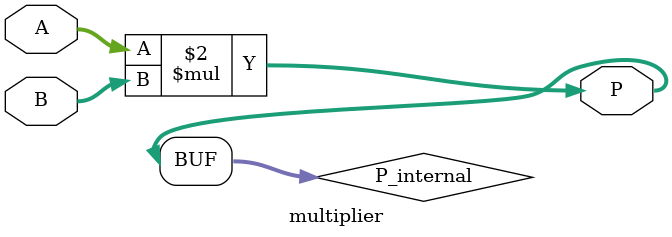
<source format=v>
`timescale 1ns/10ps

module multiplier (
    input [2:0] A, B,
    output [5:0] P
);

    reg [5:0] P_internal; 

    always @* begin
        P_internal = A * B;
    end

	assign P = P_internal;

endmodule

</source>
